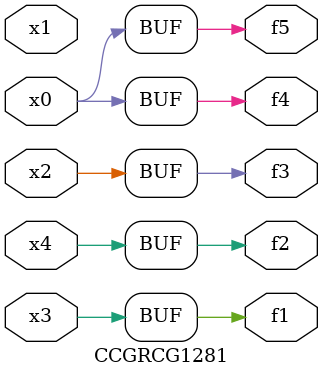
<source format=v>
module CCGRCG1281(
	input x0, x1, x2, x3, x4,
	output f1, f2, f3, f4, f5
);
	assign f1 = x3;
	assign f2 = x4;
	assign f3 = x2;
	assign f4 = x0;
	assign f5 = x0;
endmodule

</source>
